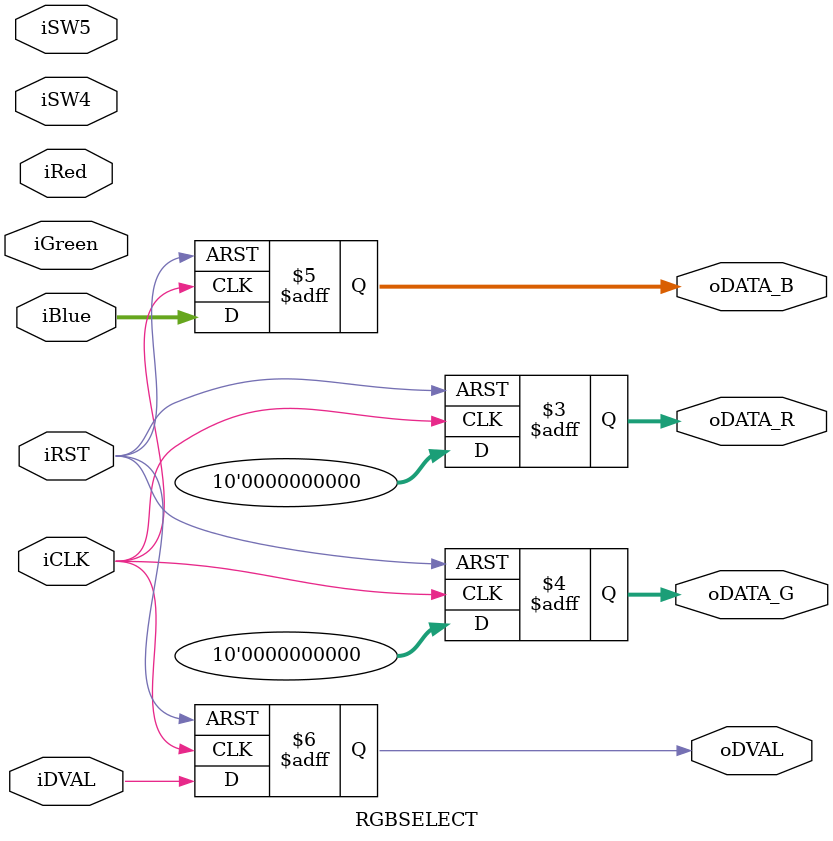
<source format=v>
module RGBSELECT(
        oDVAL,
        oDATA_R,
		  oDATA_G,
		  oDATA_B,
		  iSW4,
		  iSW5,
        iRed,
        iGreen,
        iBlue,
        iCLK,
        iRST,
        iDVAL,
		);
input			iDVAL;
input			iCLK;
input			iRST;
output reg[9:0]	oDATA_R;
output reg[9:0]	oDATA_G;
output reg[9:0]	oDATA_B;
output reg		oDVAL;

input iSW4;
input iSW5;

input		[9:0]	iRed;
input		[9:0]	iGreen;
input		[9:0]	iBlue;

always@(posedge iCLK or negedge iRST)
begin
  if(!iRST)
    begin
	  oDVAL   <= 0;
     oDATA_R   <= 10'b0;
	  oDATA_G   <= 10'b0;
	  oDATA_B   <= 10'b0;
    end
  else
    begin
	  oDVAL   <= iDVAL;
	  oDATA_R   <= 0;
	  oDATA_G   <= 0;
	  oDATA_B   <= iBlue[9:0];
    end
end
endmodule
</source>
